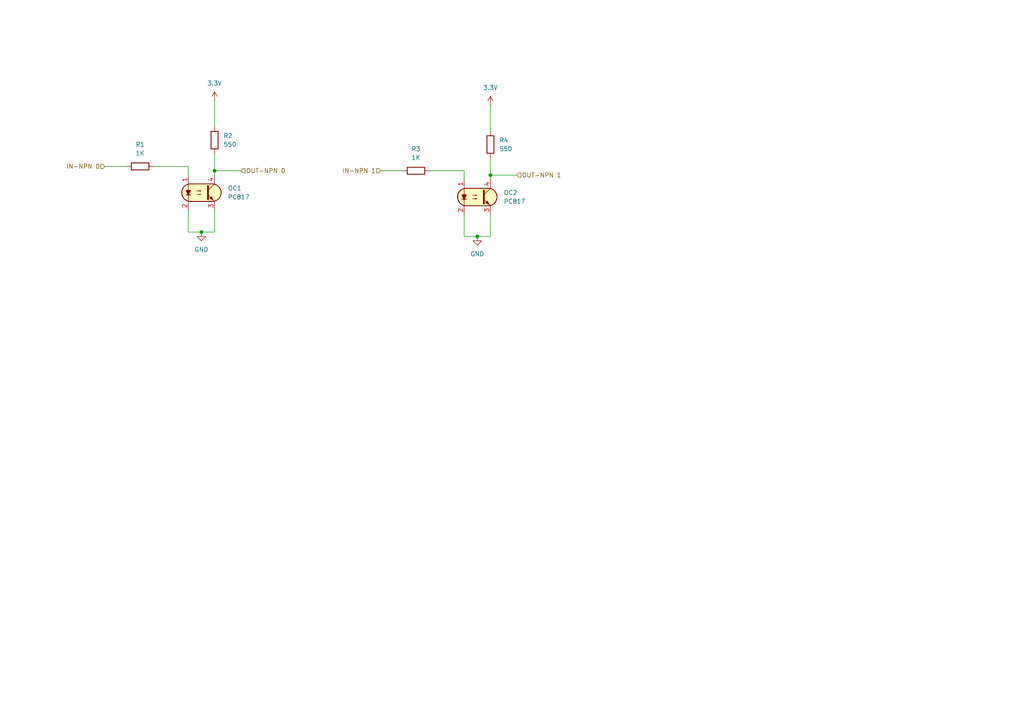
<source format=kicad_sch>
(kicad_sch
	(version 20250114)
	(generator "eeschema")
	(generator_version "9.0")
	(uuid "d4f3f594-b1bd-4f0e-8ffc-41f519ce97b7")
	(paper "A4")
	(lib_symbols
		(symbol "Device:R"
			(pin_numbers
				(hide yes)
			)
			(pin_names
				(offset 0)
			)
			(exclude_from_sim no)
			(in_bom yes)
			(on_board yes)
			(property "Reference" "R"
				(at 2.032 0 90)
				(effects
					(font
						(size 1.27 1.27)
					)
				)
			)
			(property "Value" "R"
				(at 0 0 90)
				(effects
					(font
						(size 1.27 1.27)
					)
				)
			)
			(property "Footprint" ""
				(at -1.778 0 90)
				(effects
					(font
						(size 1.27 1.27)
					)
					(hide yes)
				)
			)
			(property "Datasheet" "~"
				(at 0 0 0)
				(effects
					(font
						(size 1.27 1.27)
					)
					(hide yes)
				)
			)
			(property "Description" "Resistor"
				(at 0 0 0)
				(effects
					(font
						(size 1.27 1.27)
					)
					(hide yes)
				)
			)
			(property "ki_keywords" "R res resistor"
				(at 0 0 0)
				(effects
					(font
						(size 1.27 1.27)
					)
					(hide yes)
				)
			)
			(property "ki_fp_filters" "R_*"
				(at 0 0 0)
				(effects
					(font
						(size 1.27 1.27)
					)
					(hide yes)
				)
			)
			(symbol "R_0_1"
				(rectangle
					(start -1.016 -2.54)
					(end 1.016 2.54)
					(stroke
						(width 0.254)
						(type default)
					)
					(fill
						(type none)
					)
				)
			)
			(symbol "R_1_1"
				(pin passive line
					(at 0 3.81 270)
					(length 1.27)
					(name "~"
						(effects
							(font
								(size 1.27 1.27)
							)
						)
					)
					(number "1"
						(effects
							(font
								(size 1.27 1.27)
							)
						)
					)
				)
				(pin passive line
					(at 0 -3.81 90)
					(length 1.27)
					(name "~"
						(effects
							(font
								(size 1.27 1.27)
							)
						)
					)
					(number "2"
						(effects
							(font
								(size 1.27 1.27)
							)
						)
					)
				)
			)
			(embedded_fonts no)
		)
		(symbol "PCM_Optocoupler_AKL:PC817"
			(pin_names
				(offset 1.016)
			)
			(exclude_from_sim no)
			(in_bom yes)
			(on_board yes)
			(property "Reference" "OC"
				(at 6.35 1.27 0)
				(effects
					(font
						(size 1.27 1.27)
					)
					(justify left)
				)
			)
			(property "Value" "PC817"
				(at 6.35 -1.27 0)
				(effects
					(font
						(size 1.27 1.27)
					)
					(justify left)
				)
			)
			(property "Footprint" "PCM_Package_DIP_AKL:DIP-4_W7.62mm_LongPads"
				(at 6.35 1.27 0)
				(effects
					(font
						(size 1.27 1.27)
						(italic yes)
					)
					(justify left)
					(hide yes)
				)
			)
			(property "Datasheet" "https://www.tme.eu/Document/7534c9f89aa4b1eba4ec90182e378328/PC817_2_3_47.pdf"
				(at 0 0 0)
				(effects
					(font
						(size 1.27 1.27)
					)
					(justify left)
					(hide yes)
				)
			)
			(property "Description" "DIP-4 Optocoupler, Transistor output, 5kV, 4us, Alternate KiCAD Library"
				(at 0 0 0)
				(effects
					(font
						(size 1.27 1.27)
					)
					(hide yes)
				)
			)
			(property "ki_keywords" "NPN Optocoupler transistor output PC817"
				(at 0 0 0)
				(effects
					(font
						(size 1.27 1.27)
					)
					(hide yes)
				)
			)
			(property "ki_fp_filters" "DIP*W7.62mm*"
				(at 0 0 0)
				(effects
					(font
						(size 1.27 1.27)
					)
					(hide yes)
				)
			)
			(symbol "PC817_0_1"
				(polyline
					(pts
						(xy -4.445 -0.635) (xy -3.175 -0.635)
					)
					(stroke
						(width 0.254)
						(type default)
					)
					(fill
						(type none)
					)
				)
				(polyline
					(pts
						(xy -3.81 -0.635) (xy -4.445 0.635) (xy -3.175 0.635) (xy -3.81 -0.635)
					)
					(stroke
						(width 0.254)
						(type default)
					)
					(fill
						(type outline)
					)
				)
				(polyline
					(pts
						(xy -3.81 -2.54) (xy -3.81 -1.27) (xy -3.81 2.54)
					)
					(stroke
						(width 0.1524)
						(type default)
					)
					(fill
						(type none)
					)
				)
				(polyline
					(pts
						(xy -3.175 2.54) (xy 3.175 2.54)
					)
					(stroke
						(width 0.254)
						(type default)
					)
					(fill
						(type none)
					)
				)
				(arc
					(start -3.1975 -2.54)
					(mid -5.7151 0)
					(end -3.1975 2.54)
					(stroke
						(width 0.254)
						(type default)
					)
					(fill
						(type none)
					)
				)
				(polyline
					(pts
						(xy -2.54 2.54) (xy 3.429 2.54) (xy 4.318 2.286) (xy 4.699 2.032) (xy 5.08 1.651) (xy 5.461 1.016)
						(xy 5.715 0.381) (xy 5.715 -0.381) (xy 5.461 -1.143) (xy 4.826 -1.905) (xy 4.191 -2.286) (xy 3.302 -2.54)
						(xy -3.81 -2.54) (xy -3.81 -2.54) (xy -4.572 -2.032) (xy -5.08 -1.778) (xy -5.588 -0.508) (xy -5.588 0.254)
						(xy -5.588 1.016) (xy -5.08 1.778) (xy -4.318 2.286) (xy -3.556 2.54) (xy -2.54 2.54)
					)
					(stroke
						(width 0.01)
						(type default)
					)
					(fill
						(type background)
					)
				)
				(polyline
					(pts
						(xy -1.397 0.508) (xy -0.127 0.508) (xy -0.508 0.381) (xy -0.508 0.635) (xy -0.127 0.508)
					)
					(stroke
						(width 0)
						(type default)
					)
					(fill
						(type none)
					)
				)
				(polyline
					(pts
						(xy -1.397 -0.508) (xy -0.127 -0.508) (xy -0.508 -0.635) (xy -0.508 -0.381) (xy -0.127 -0.508)
					)
					(stroke
						(width 0)
						(type default)
					)
					(fill
						(type none)
					)
				)
				(polyline
					(pts
						(xy 1.905 1.905) (xy 1.905 -1.905) (xy 1.905 -1.905)
					)
					(stroke
						(width 0.508)
						(type default)
					)
					(fill
						(type none)
					)
				)
				(polyline
					(pts
						(xy 1.905 0.635) (xy 3.81 2.54)
					)
					(stroke
						(width 0)
						(type default)
					)
					(fill
						(type none)
					)
				)
				(polyline
					(pts
						(xy 2.413 -1.651) (xy 2.921 -1.143) (xy 3.429 -2.159) (xy 2.413 -1.651) (xy 2.413 -1.651)
					)
					(stroke
						(width 0)
						(type default)
					)
					(fill
						(type outline)
					)
				)
				(arc
					(start 3.1975 2.54)
					(mid 5.7151 0)
					(end 3.1975 -2.54)
					(stroke
						(width 0.254)
						(type default)
					)
					(fill
						(type none)
					)
				)
				(polyline
					(pts
						(xy 3.175 -2.54) (xy -3.175 -2.54)
					)
					(stroke
						(width 0.254)
						(type default)
					)
					(fill
						(type none)
					)
				)
				(polyline
					(pts
						(xy 3.81 -2.54) (xy 1.905 -0.635)
					)
					(stroke
						(width 0)
						(type default)
					)
					(fill
						(type outline)
					)
				)
			)
			(symbol "PC817_1_1"
				(pin passive line
					(at -3.81 5.08 270)
					(length 2.54)
					(name "~"
						(effects
							(font
								(size 1.27 1.27)
							)
						)
					)
					(number "1"
						(effects
							(font
								(size 1.27 1.27)
							)
						)
					)
				)
				(pin passive line
					(at -3.81 -5.08 90)
					(length 2.54)
					(name "~"
						(effects
							(font
								(size 1.27 1.27)
							)
						)
					)
					(number "2"
						(effects
							(font
								(size 1.27 1.27)
							)
						)
					)
				)
				(pin passive line
					(at 3.81 5.08 270)
					(length 2.54)
					(name "~"
						(effects
							(font
								(size 1.27 1.27)
							)
						)
					)
					(number "4"
						(effects
							(font
								(size 1.27 1.27)
							)
						)
					)
				)
				(pin passive line
					(at 3.81 -5.08 90)
					(length 2.54)
					(name "~"
						(effects
							(font
								(size 1.27 1.27)
							)
						)
					)
					(number "3"
						(effects
							(font
								(size 1.27 1.27)
							)
						)
					)
				)
			)
			(embedded_fonts no)
		)
		(symbol "power:GND"
			(power)
			(pin_numbers
				(hide yes)
			)
			(pin_names
				(offset 0)
				(hide yes)
			)
			(exclude_from_sim no)
			(in_bom yes)
			(on_board yes)
			(property "Reference" "#PWR"
				(at 0 -6.35 0)
				(effects
					(font
						(size 1.27 1.27)
					)
					(hide yes)
				)
			)
			(property "Value" "GND"
				(at 0 -3.81 0)
				(effects
					(font
						(size 1.27 1.27)
					)
				)
			)
			(property "Footprint" ""
				(at 0 0 0)
				(effects
					(font
						(size 1.27 1.27)
					)
					(hide yes)
				)
			)
			(property "Datasheet" ""
				(at 0 0 0)
				(effects
					(font
						(size 1.27 1.27)
					)
					(hide yes)
				)
			)
			(property "Description" "Power symbol creates a global label with name \"GND\" , ground"
				(at 0 0 0)
				(effects
					(font
						(size 1.27 1.27)
					)
					(hide yes)
				)
			)
			(property "ki_keywords" "global power"
				(at 0 0 0)
				(effects
					(font
						(size 1.27 1.27)
					)
					(hide yes)
				)
			)
			(symbol "GND_0_1"
				(polyline
					(pts
						(xy 0 0) (xy 0 -1.27) (xy 1.27 -1.27) (xy 0 -2.54) (xy -1.27 -1.27) (xy 0 -1.27)
					)
					(stroke
						(width 0)
						(type default)
					)
					(fill
						(type none)
					)
				)
			)
			(symbol "GND_1_1"
				(pin power_in line
					(at 0 0 270)
					(length 0)
					(name "~"
						(effects
							(font
								(size 1.27 1.27)
							)
						)
					)
					(number "1"
						(effects
							(font
								(size 1.27 1.27)
							)
						)
					)
				)
			)
			(embedded_fonts no)
		)
		(symbol "power:VDD"
			(power)
			(pin_numbers
				(hide yes)
			)
			(pin_names
				(offset 0)
				(hide yes)
			)
			(exclude_from_sim no)
			(in_bom yes)
			(on_board yes)
			(property "Reference" "#PWR"
				(at 0 -3.81 0)
				(effects
					(font
						(size 1.27 1.27)
					)
					(hide yes)
				)
			)
			(property "Value" "VDD"
				(at 0 3.556 0)
				(effects
					(font
						(size 1.27 1.27)
					)
				)
			)
			(property "Footprint" ""
				(at 0 0 0)
				(effects
					(font
						(size 1.27 1.27)
					)
					(hide yes)
				)
			)
			(property "Datasheet" ""
				(at 0 0 0)
				(effects
					(font
						(size 1.27 1.27)
					)
					(hide yes)
				)
			)
			(property "Description" "Power symbol creates a global label with name \"VDD\""
				(at 0 0 0)
				(effects
					(font
						(size 1.27 1.27)
					)
					(hide yes)
				)
			)
			(property "ki_keywords" "global power"
				(at 0 0 0)
				(effects
					(font
						(size 1.27 1.27)
					)
					(hide yes)
				)
			)
			(symbol "VDD_0_1"
				(polyline
					(pts
						(xy -0.762 1.27) (xy 0 2.54)
					)
					(stroke
						(width 0)
						(type default)
					)
					(fill
						(type none)
					)
				)
				(polyline
					(pts
						(xy 0 2.54) (xy 0.762 1.27)
					)
					(stroke
						(width 0)
						(type default)
					)
					(fill
						(type none)
					)
				)
				(polyline
					(pts
						(xy 0 0) (xy 0 2.54)
					)
					(stroke
						(width 0)
						(type default)
					)
					(fill
						(type none)
					)
				)
			)
			(symbol "VDD_1_1"
				(pin power_in line
					(at 0 0 90)
					(length 0)
					(name "~"
						(effects
							(font
								(size 1.27 1.27)
							)
						)
					)
					(number "1"
						(effects
							(font
								(size 1.27 1.27)
							)
						)
					)
				)
			)
			(embedded_fonts no)
		)
	)
	(junction
		(at 142.24 50.8)
		(diameter 0)
		(color 0 0 0 0)
		(uuid "25361741-24ac-4b36-bab1-88bfc52669c0")
	)
	(junction
		(at 58.42 67.31)
		(diameter 0)
		(color 0 0 0 0)
		(uuid "29871a06-3d17-4f5c-9d73-7f9e42449982")
	)
	(junction
		(at 62.23 49.53)
		(diameter 0)
		(color 0 0 0 0)
		(uuid "9969594d-f157-40e4-9312-39fb6932112d")
	)
	(junction
		(at 138.43 68.58)
		(diameter 0)
		(color 0 0 0 0)
		(uuid "bd3e546c-fcba-4369-bd94-8316da05bec3")
	)
	(wire
		(pts
			(xy 142.24 30.48) (xy 142.24 38.1)
		)
		(stroke
			(width 0)
			(type default)
		)
		(uuid "0465bf6c-fe05-4fff-9224-13a249416bae")
	)
	(wire
		(pts
			(xy 110.49 49.53) (xy 116.84 49.53)
		)
		(stroke
			(width 0)
			(type default)
		)
		(uuid "301b2a09-8b49-4ee2-968d-5cf9073445e9")
	)
	(wire
		(pts
			(xy 142.24 50.8) (xy 149.86 50.8)
		)
		(stroke
			(width 0)
			(type default)
		)
		(uuid "381de1a6-4cfe-4e1a-b06f-3505156390dd")
	)
	(wire
		(pts
			(xy 44.45 48.26) (xy 54.61 48.26)
		)
		(stroke
			(width 0)
			(type default)
		)
		(uuid "3afd6c1f-75c3-4c72-9b24-71c20a0baf20")
	)
	(wire
		(pts
			(xy 62.23 29.21) (xy 62.23 36.83)
		)
		(stroke
			(width 0)
			(type default)
		)
		(uuid "48cceed2-a4c4-4079-a891-2d21dde418ab")
	)
	(wire
		(pts
			(xy 54.61 67.31) (xy 58.42 67.31)
		)
		(stroke
			(width 0)
			(type default)
		)
		(uuid "52aa00e7-75fb-4a01-9962-5087fab4b6b9")
	)
	(wire
		(pts
			(xy 62.23 49.53) (xy 62.23 50.8)
		)
		(stroke
			(width 0)
			(type default)
		)
		(uuid "57595c43-7705-4038-be18-aed837336d1c")
	)
	(wire
		(pts
			(xy 62.23 44.45) (xy 62.23 49.53)
		)
		(stroke
			(width 0)
			(type default)
		)
		(uuid "5cc7f021-2e8c-459f-ae5c-d9dda0c0ff3b")
	)
	(wire
		(pts
			(xy 134.62 68.58) (xy 138.43 68.58)
		)
		(stroke
			(width 0)
			(type default)
		)
		(uuid "7a86914f-40fa-46c2-9dbd-f458ae932e5a")
	)
	(wire
		(pts
			(xy 134.62 49.53) (xy 134.62 52.07)
		)
		(stroke
			(width 0)
			(type default)
		)
		(uuid "9216285b-5bb7-47b9-8798-909fc1a89a82")
	)
	(wire
		(pts
			(xy 54.61 48.26) (xy 54.61 50.8)
		)
		(stroke
			(width 0)
			(type default)
		)
		(uuid "a179e984-8f3a-40be-acf9-7ca72c1cd420")
	)
	(wire
		(pts
			(xy 142.24 45.72) (xy 142.24 50.8)
		)
		(stroke
			(width 0)
			(type default)
		)
		(uuid "b040230d-3480-4f5a-bcac-2c8837153fe5")
	)
	(wire
		(pts
			(xy 62.23 49.53) (xy 69.85 49.53)
		)
		(stroke
			(width 0)
			(type default)
		)
		(uuid "b184e345-29a7-46ec-b653-1cff7457d41d")
	)
	(wire
		(pts
			(xy 134.62 62.23) (xy 134.62 68.58)
		)
		(stroke
			(width 0)
			(type default)
		)
		(uuid "b59ec811-5b26-4c46-ba42-bdfcd08aebca")
	)
	(wire
		(pts
			(xy 142.24 50.8) (xy 142.24 52.07)
		)
		(stroke
			(width 0)
			(type default)
		)
		(uuid "c5bbbb6c-4d69-42f3-95a5-a698dc5db7ed")
	)
	(wire
		(pts
			(xy 62.23 67.31) (xy 58.42 67.31)
		)
		(stroke
			(width 0)
			(type default)
		)
		(uuid "d878a3b0-cd7f-49d6-b411-bf83ac9024ca")
	)
	(wire
		(pts
			(xy 142.24 68.58) (xy 138.43 68.58)
		)
		(stroke
			(width 0)
			(type default)
		)
		(uuid "d972e1b2-137c-480b-af96-4ded369b5843")
	)
	(wire
		(pts
			(xy 62.23 60.96) (xy 62.23 67.31)
		)
		(stroke
			(width 0)
			(type default)
		)
		(uuid "dc4f4920-f338-49ff-93de-facaeeabac2f")
	)
	(wire
		(pts
			(xy 54.61 60.96) (xy 54.61 67.31)
		)
		(stroke
			(width 0)
			(type default)
		)
		(uuid "ea67b327-bba7-4a46-9589-5fba77cb7167")
	)
	(wire
		(pts
			(xy 30.48 48.26) (xy 36.83 48.26)
		)
		(stroke
			(width 0)
			(type default)
		)
		(uuid "ee7d7cde-b36f-4d29-b8bf-c5b706921468")
	)
	(wire
		(pts
			(xy 142.24 62.23) (xy 142.24 68.58)
		)
		(stroke
			(width 0)
			(type default)
		)
		(uuid "f191b871-59f3-4940-a7e3-faa7ced865d5")
	)
	(wire
		(pts
			(xy 124.46 49.53) (xy 134.62 49.53)
		)
		(stroke
			(width 0)
			(type default)
		)
		(uuid "f60c39f6-42bd-49b9-9976-799fb898a9b3")
	)
	(hierarchical_label "OUT-NPN 0"
		(shape input)
		(at 69.85 49.53 0)
		(effects
			(font
				(size 1.27 1.27)
			)
			(justify left)
		)
		(uuid "144eb0c1-d060-4ed7-8b5f-590b3f7cce71")
	)
	(hierarchical_label "IN-NPN 0"
		(shape input)
		(at 30.48 48.26 180)
		(effects
			(font
				(size 1.27 1.27)
			)
			(justify right)
		)
		(uuid "2da56800-763f-4dea-b265-4b84365a6788")
	)
	(hierarchical_label "OUT-NPN 1"
		(shape input)
		(at 149.86 50.8 0)
		(effects
			(font
				(size 1.27 1.27)
			)
			(justify left)
		)
		(uuid "b0dbd4d6-1a1a-417e-bdec-4155afd8add1")
	)
	(hierarchical_label "IN-NPN 1"
		(shape input)
		(at 110.49 49.53 180)
		(effects
			(font
				(size 1.27 1.27)
			)
			(justify right)
		)
		(uuid "b5317a04-4a4e-45d3-af1e-138e7f287caf")
	)
	(symbol
		(lib_id "Device:R")
		(at 142.24 41.91 180)
		(unit 1)
		(exclude_from_sim no)
		(in_bom yes)
		(on_board yes)
		(dnp no)
		(fields_autoplaced yes)
		(uuid "027f5d9b-5988-4ffe-885f-47f1b42b311a")
		(property "Reference" "R4"
			(at 144.78 40.6399 0)
			(effects
				(font
					(size 1.27 1.27)
				)
				(justify right)
			)
		)
		(property "Value" "550"
			(at 144.78 43.1799 0)
			(effects
				(font
					(size 1.27 1.27)
				)
				(justify right)
			)
		)
		(property "Footprint" ""
			(at 144.018 41.91 90)
			(effects
				(font
					(size 1.27 1.27)
				)
				(hide yes)
			)
		)
		(property "Datasheet" "~"
			(at 142.24 41.91 0)
			(effects
				(font
					(size 1.27 1.27)
				)
				(hide yes)
			)
		)
		(property "Description" "Resistor"
			(at 142.24 41.91 0)
			(effects
				(font
					(size 1.27 1.27)
				)
				(hide yes)
			)
		)
		(pin "2"
			(uuid "befee39b-82f9-4343-977b-3655b845ab34")
		)
		(pin "1"
			(uuid "53528c29-c908-4e04-b412-31c6797f0841")
		)
		(instances
			(project "NIVARA"
				(path "/3316800a-fcca-41ca-9023-20b291ea5b86/c0cd373c-de7c-400a-b964-13d674a357ce/e2a48aaf-19ac-46ed-a039-8d53e3675c41"
					(reference "R4")
					(unit 1)
				)
			)
		)
	)
	(symbol
		(lib_id "Device:R")
		(at 120.65 49.53 90)
		(unit 1)
		(exclude_from_sim no)
		(in_bom yes)
		(on_board yes)
		(dnp no)
		(fields_autoplaced yes)
		(uuid "6a533edf-7614-4ffb-904e-db917c7d37cb")
		(property "Reference" "R3"
			(at 120.65 43.18 90)
			(effects
				(font
					(size 1.27 1.27)
				)
			)
		)
		(property "Value" "1K"
			(at 120.65 45.72 90)
			(effects
				(font
					(size 1.27 1.27)
				)
			)
		)
		(property "Footprint" ""
			(at 120.65 51.308 90)
			(effects
				(font
					(size 1.27 1.27)
				)
				(hide yes)
			)
		)
		(property "Datasheet" "~"
			(at 120.65 49.53 0)
			(effects
				(font
					(size 1.27 1.27)
				)
				(hide yes)
			)
		)
		(property "Description" "Resistor"
			(at 120.65 49.53 0)
			(effects
				(font
					(size 1.27 1.27)
				)
				(hide yes)
			)
		)
		(pin "2"
			(uuid "6643bd94-1b2a-4e37-bb5e-b5e606b2c2c8")
		)
		(pin "1"
			(uuid "8f6c2ce7-aae9-44c1-a5b3-7c6ed3d7da84")
		)
		(instances
			(project "NIVARA"
				(path "/3316800a-fcca-41ca-9023-20b291ea5b86/c0cd373c-de7c-400a-b964-13d674a357ce/e2a48aaf-19ac-46ed-a039-8d53e3675c41"
					(reference "R3")
					(unit 1)
				)
			)
		)
	)
	(symbol
		(lib_id "PCM_Optocoupler_AKL:PC817")
		(at 58.42 55.88 0)
		(unit 1)
		(exclude_from_sim no)
		(in_bom yes)
		(on_board yes)
		(dnp no)
		(fields_autoplaced yes)
		(uuid "6b8f3487-6d5b-4665-add4-54b6d8f7c6d8")
		(property "Reference" "OC1"
			(at 66.04 54.6099 0)
			(effects
				(font
					(size 1.27 1.27)
				)
				(justify left)
			)
		)
		(property "Value" "PC817"
			(at 66.04 57.1499 0)
			(effects
				(font
					(size 1.27 1.27)
				)
				(justify left)
			)
		)
		(property "Footprint" "Package_DIP:DIP-4_W7.62mm_SMDSocket_SmallPads"
			(at 64.77 54.61 0)
			(effects
				(font
					(size 1.27 1.27)
					(italic yes)
				)
				(justify left)
				(hide yes)
			)
		)
		(property "Datasheet" "https://www.tme.eu/Document/7534c9f89aa4b1eba4ec90182e378328/PC817_2_3_47.pdf"
			(at 58.42 55.88 0)
			(effects
				(font
					(size 1.27 1.27)
				)
				(justify left)
				(hide yes)
			)
		)
		(property "Description" "DIP-4 Optocoupler, Transistor output, 5kV, 4us, Alternate KiCAD Library"
			(at 58.42 55.88 0)
			(effects
				(font
					(size 1.27 1.27)
				)
				(hide yes)
			)
		)
		(pin "3"
			(uuid "0bf452b9-2c12-479d-acf8-c9ec1286394d")
		)
		(pin "2"
			(uuid "f3fdc4e8-93c7-4132-a44b-31d525861494")
		)
		(pin "4"
			(uuid "3eba2f4b-e372-42f6-89b9-8020714851af")
		)
		(pin "1"
			(uuid "c348c713-dfbf-43a7-a988-378a6acc9307")
		)
		(instances
			(project "NIVARA"
				(path "/3316800a-fcca-41ca-9023-20b291ea5b86/c0cd373c-de7c-400a-b964-13d674a357ce/e2a48aaf-19ac-46ed-a039-8d53e3675c41"
					(reference "OC1")
					(unit 1)
				)
			)
		)
	)
	(symbol
		(lib_id "power:GND")
		(at 58.42 67.31 0)
		(unit 1)
		(exclude_from_sim no)
		(in_bom yes)
		(on_board yes)
		(dnp no)
		(fields_autoplaced yes)
		(uuid "7ef71e63-5ab8-4774-815f-5aa7c85e9c6a")
		(property "Reference" "#PWR07"
			(at 58.42 73.66 0)
			(effects
				(font
					(size 1.27 1.27)
				)
				(hide yes)
			)
		)
		(property "Value" "GND"
			(at 58.42 72.39 0)
			(effects
				(font
					(size 1.27 1.27)
				)
			)
		)
		(property "Footprint" ""
			(at 58.42 67.31 0)
			(effects
				(font
					(size 1.27 1.27)
				)
				(hide yes)
			)
		)
		(property "Datasheet" ""
			(at 58.42 67.31 0)
			(effects
				(font
					(size 1.27 1.27)
				)
				(hide yes)
			)
		)
		(property "Description" "Power symbol creates a global label with name \"GND\" , ground"
			(at 58.42 67.31 0)
			(effects
				(font
					(size 1.27 1.27)
				)
				(hide yes)
			)
		)
		(pin "1"
			(uuid "3fad9f05-bf40-4137-a04a-88830a25d94f")
		)
		(instances
			(project ""
				(path "/3316800a-fcca-41ca-9023-20b291ea5b86/c0cd373c-de7c-400a-b964-13d674a357ce/e2a48aaf-19ac-46ed-a039-8d53e3675c41"
					(reference "#PWR07")
					(unit 1)
				)
			)
		)
	)
	(symbol
		(lib_id "Device:R")
		(at 40.64 48.26 90)
		(unit 1)
		(exclude_from_sim no)
		(in_bom yes)
		(on_board yes)
		(dnp no)
		(fields_autoplaced yes)
		(uuid "933227d8-4a85-4278-a49e-c85ab5e203d0")
		(property "Reference" "R1"
			(at 40.64 41.91 90)
			(effects
				(font
					(size 1.27 1.27)
				)
			)
		)
		(property "Value" "1K"
			(at 40.64 44.45 90)
			(effects
				(font
					(size 1.27 1.27)
				)
			)
		)
		(property "Footprint" ""
			(at 40.64 50.038 90)
			(effects
				(font
					(size 1.27 1.27)
				)
				(hide yes)
			)
		)
		(property "Datasheet" "~"
			(at 40.64 48.26 0)
			(effects
				(font
					(size 1.27 1.27)
				)
				(hide yes)
			)
		)
		(property "Description" "Resistor"
			(at 40.64 48.26 0)
			(effects
				(font
					(size 1.27 1.27)
				)
				(hide yes)
			)
		)
		(pin "2"
			(uuid "34bf9093-6da6-4dcb-9ddd-fb80e10b497e")
		)
		(pin "1"
			(uuid "42c52e48-5a05-443b-aa1b-bc5ea3421f99")
		)
		(instances
			(project ""
				(path "/3316800a-fcca-41ca-9023-20b291ea5b86/c0cd373c-de7c-400a-b964-13d674a357ce/e2a48aaf-19ac-46ed-a039-8d53e3675c41"
					(reference "R1")
					(unit 1)
				)
			)
		)
	)
	(symbol
		(lib_id "Device:R")
		(at 62.23 40.64 180)
		(unit 1)
		(exclude_from_sim no)
		(in_bom yes)
		(on_board yes)
		(dnp no)
		(fields_autoplaced yes)
		(uuid "bacef83c-6465-4a71-97fd-dd17d6b7cac1")
		(property "Reference" "R2"
			(at 64.77 39.3699 0)
			(effects
				(font
					(size 1.27 1.27)
				)
				(justify right)
			)
		)
		(property "Value" "550"
			(at 64.77 41.9099 0)
			(effects
				(font
					(size 1.27 1.27)
				)
				(justify right)
			)
		)
		(property "Footprint" ""
			(at 64.008 40.64 90)
			(effects
				(font
					(size 1.27 1.27)
				)
				(hide yes)
			)
		)
		(property "Datasheet" "~"
			(at 62.23 40.64 0)
			(effects
				(font
					(size 1.27 1.27)
				)
				(hide yes)
			)
		)
		(property "Description" "Resistor"
			(at 62.23 40.64 0)
			(effects
				(font
					(size 1.27 1.27)
				)
				(hide yes)
			)
		)
		(pin "2"
			(uuid "9d9ffbb2-6a9a-4501-9cea-e7575b873ad9")
		)
		(pin "1"
			(uuid "0f3aa531-edfe-49aa-aabc-8d3415ec6959")
		)
		(instances
			(project "NIVARA"
				(path "/3316800a-fcca-41ca-9023-20b291ea5b86/c0cd373c-de7c-400a-b964-13d674a357ce/e2a48aaf-19ac-46ed-a039-8d53e3675c41"
					(reference "R2")
					(unit 1)
				)
			)
		)
	)
	(symbol
		(lib_id "PCM_Optocoupler_AKL:PC817")
		(at 138.43 57.15 0)
		(unit 1)
		(exclude_from_sim no)
		(in_bom yes)
		(on_board yes)
		(dnp no)
		(fields_autoplaced yes)
		(uuid "ccf9aa38-1fb1-4309-8eaa-fdb34b8ebdbb")
		(property "Reference" "OC2"
			(at 146.05 55.8799 0)
			(effects
				(font
					(size 1.27 1.27)
				)
				(justify left)
			)
		)
		(property "Value" "PC817"
			(at 146.05 58.4199 0)
			(effects
				(font
					(size 1.27 1.27)
				)
				(justify left)
			)
		)
		(property "Footprint" "Package_DIP:DIP-4_W7.62mm_SMDSocket_SmallPads"
			(at 144.78 55.88 0)
			(effects
				(font
					(size 1.27 1.27)
					(italic yes)
				)
				(justify left)
				(hide yes)
			)
		)
		(property "Datasheet" "https://www.tme.eu/Document/7534c9f89aa4b1eba4ec90182e378328/PC817_2_3_47.pdf"
			(at 138.43 57.15 0)
			(effects
				(font
					(size 1.27 1.27)
				)
				(justify left)
				(hide yes)
			)
		)
		(property "Description" "DIP-4 Optocoupler, Transistor output, 5kV, 4us, Alternate KiCAD Library"
			(at 138.43 57.15 0)
			(effects
				(font
					(size 1.27 1.27)
				)
				(hide yes)
			)
		)
		(pin "3"
			(uuid "25fe96d0-603e-4cdd-9f59-38919e3a1ab9")
		)
		(pin "2"
			(uuid "3740a10a-fdec-4071-a305-beca17d2ddb5")
		)
		(pin "4"
			(uuid "dd95b42a-34f9-479b-a74c-66007d6b1fec")
		)
		(pin "1"
			(uuid "155fc6f3-2057-42c0-9785-445a36f6a2f5")
		)
		(instances
			(project "NIVARA"
				(path "/3316800a-fcca-41ca-9023-20b291ea5b86/c0cd373c-de7c-400a-b964-13d674a357ce/e2a48aaf-19ac-46ed-a039-8d53e3675c41"
					(reference "OC2")
					(unit 1)
				)
			)
		)
	)
	(symbol
		(lib_id "power:VDD")
		(at 142.24 30.48 0)
		(unit 1)
		(exclude_from_sim no)
		(in_bom yes)
		(on_board yes)
		(dnp no)
		(fields_autoplaced yes)
		(uuid "dcf0a499-ba92-4b4a-921c-5e19606a2ff7")
		(property "Reference" "#PWR010"
			(at 142.24 34.29 0)
			(effects
				(font
					(size 1.27 1.27)
				)
				(hide yes)
			)
		)
		(property "Value" "3.3V"
			(at 142.24 25.4 0)
			(effects
				(font
					(size 1.27 1.27)
				)
			)
		)
		(property "Footprint" ""
			(at 142.24 30.48 0)
			(effects
				(font
					(size 1.27 1.27)
				)
				(hide yes)
			)
		)
		(property "Datasheet" ""
			(at 142.24 30.48 0)
			(effects
				(font
					(size 1.27 1.27)
				)
				(hide yes)
			)
		)
		(property "Description" "Power symbol creates a global label with name \"VDD\""
			(at 142.24 30.48 0)
			(effects
				(font
					(size 1.27 1.27)
				)
				(hide yes)
			)
		)
		(pin "1"
			(uuid "df2e1798-0cf4-4f1a-a2c7-cd3a1ddfe7c2")
		)
		(instances
			(project "NIVARA"
				(path "/3316800a-fcca-41ca-9023-20b291ea5b86/c0cd373c-de7c-400a-b964-13d674a357ce/e2a48aaf-19ac-46ed-a039-8d53e3675c41"
					(reference "#PWR010")
					(unit 1)
				)
			)
		)
	)
	(symbol
		(lib_id "power:GND")
		(at 138.43 68.58 0)
		(unit 1)
		(exclude_from_sim no)
		(in_bom yes)
		(on_board yes)
		(dnp no)
		(fields_autoplaced yes)
		(uuid "ec0636ec-d1d8-433a-960b-687a03289653")
		(property "Reference" "#PWR09"
			(at 138.43 74.93 0)
			(effects
				(font
					(size 1.27 1.27)
				)
				(hide yes)
			)
		)
		(property "Value" "GND"
			(at 138.43 73.66 0)
			(effects
				(font
					(size 1.27 1.27)
				)
			)
		)
		(property "Footprint" ""
			(at 138.43 68.58 0)
			(effects
				(font
					(size 1.27 1.27)
				)
				(hide yes)
			)
		)
		(property "Datasheet" ""
			(at 138.43 68.58 0)
			(effects
				(font
					(size 1.27 1.27)
				)
				(hide yes)
			)
		)
		(property "Description" "Power symbol creates a global label with name \"GND\" , ground"
			(at 138.43 68.58 0)
			(effects
				(font
					(size 1.27 1.27)
				)
				(hide yes)
			)
		)
		(pin "1"
			(uuid "3d906d1e-d198-4749-9477-ecc3bcea2933")
		)
		(instances
			(project "NIVARA"
				(path "/3316800a-fcca-41ca-9023-20b291ea5b86/c0cd373c-de7c-400a-b964-13d674a357ce/e2a48aaf-19ac-46ed-a039-8d53e3675c41"
					(reference "#PWR09")
					(unit 1)
				)
			)
		)
	)
	(symbol
		(lib_id "power:VDD")
		(at 62.23 29.21 0)
		(unit 1)
		(exclude_from_sim no)
		(in_bom yes)
		(on_board yes)
		(dnp no)
		(fields_autoplaced yes)
		(uuid "fbada288-a781-4001-9ce6-e912c652f7c9")
		(property "Reference" "#PWR08"
			(at 62.23 33.02 0)
			(effects
				(font
					(size 1.27 1.27)
				)
				(hide yes)
			)
		)
		(property "Value" "3.3V"
			(at 62.23 24.13 0)
			(effects
				(font
					(size 1.27 1.27)
				)
			)
		)
		(property "Footprint" ""
			(at 62.23 29.21 0)
			(effects
				(font
					(size 1.27 1.27)
				)
				(hide yes)
			)
		)
		(property "Datasheet" ""
			(at 62.23 29.21 0)
			(effects
				(font
					(size 1.27 1.27)
				)
				(hide yes)
			)
		)
		(property "Description" "Power symbol creates a global label with name \"VDD\""
			(at 62.23 29.21 0)
			(effects
				(font
					(size 1.27 1.27)
				)
				(hide yes)
			)
		)
		(pin "1"
			(uuid "524d8bba-063e-4c8d-8354-e6e7b2412669")
		)
		(instances
			(project ""
				(path "/3316800a-fcca-41ca-9023-20b291ea5b86/c0cd373c-de7c-400a-b964-13d674a357ce/e2a48aaf-19ac-46ed-a039-8d53e3675c41"
					(reference "#PWR08")
					(unit 1)
				)
			)
		)
	)
)

</source>
